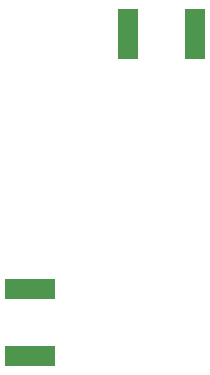
<source format=gbr>
%TF.GenerationSoftware,KiCad,Pcbnew,(5.1.9)-1*%
%TF.CreationDate,2021-03-09T18:28:39-05:00*%
%TF.ProjectId,NJR_New_DemodWithMixer,4e4a525f-4e65-4775-9f44-656d6f645769,rev?*%
%TF.SameCoordinates,Original*%
%TF.FileFunction,Paste,Bot*%
%TF.FilePolarity,Positive*%
%FSLAX46Y46*%
G04 Gerber Fmt 4.6, Leading zero omitted, Abs format (unit mm)*
G04 Created by KiCad (PCBNEW (5.1.9)-1) date 2021-03-09 18:28:39*
%MOMM*%
%LPD*%
G01*
G04 APERTURE LIST*
%ADD10R,4.200000X1.750000*%
%ADD11R,1.750000X4.200000*%
G04 APERTURE END LIST*
D10*
%TO.C,JLO1*%
X82496000Y-89185000D03*
X82496000Y-83535000D03*
%TD*%
D11*
%TO.C,J1*%
X90799400Y-61922000D03*
X96449400Y-61922000D03*
%TD*%
M02*

</source>
